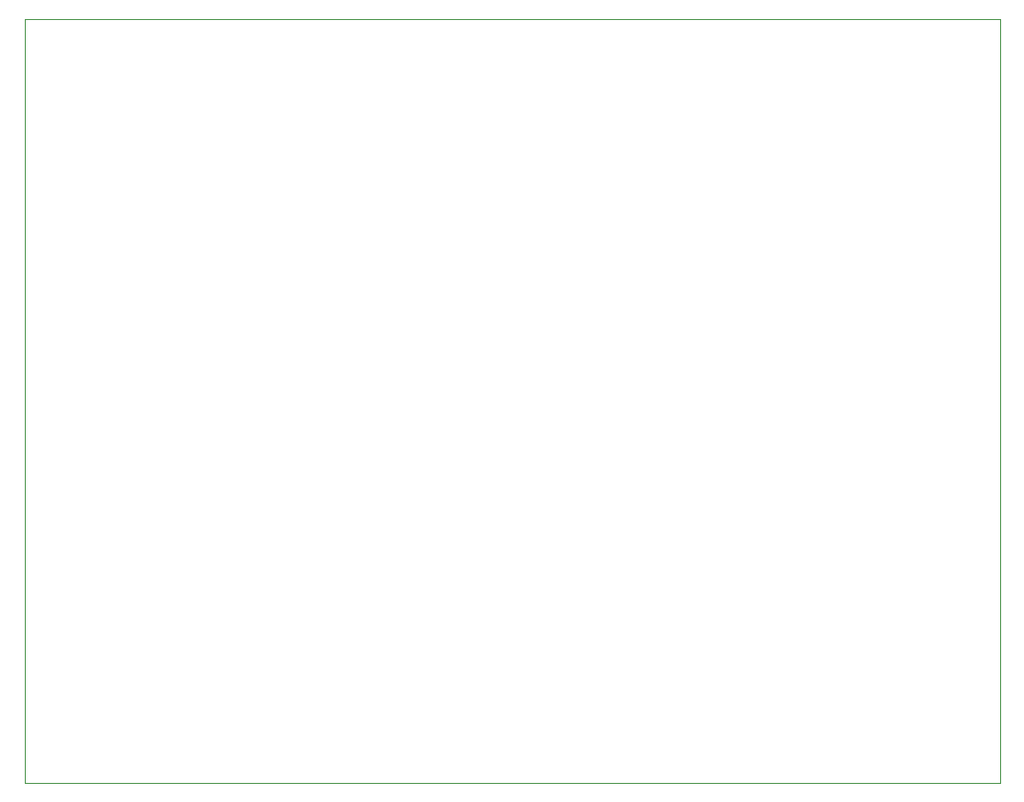
<source format=gbr>
%TF.GenerationSoftware,KiCad,Pcbnew,(5.1.10)-1*%
%TF.CreationDate,2022-01-18T17:34:44+07:00*%
%TF.ProjectId,Mother_module_v3,4d6f7468-6572-45f6-9d6f-64756c655f76,rev?*%
%TF.SameCoordinates,Original*%
%TF.FileFunction,Profile,NP*%
%FSLAX46Y46*%
G04 Gerber Fmt 4.6, Leading zero omitted, Abs format (unit mm)*
G04 Created by KiCad (PCBNEW (5.1.10)-1) date 2022-01-18 17:34:44*
%MOMM*%
%LPD*%
G01*
G04 APERTURE LIST*
%TA.AperFunction,Profile*%
%ADD10C,0.050000*%
%TD*%
G04 APERTURE END LIST*
D10*
X56750000Y-75000000D02*
X143249640Y-75000000D01*
X143249640Y-75000000D02*
X143249640Y-142800000D01*
X143249640Y-142800000D02*
X56750000Y-142800000D01*
X56750000Y-142800000D02*
X56750000Y-75000000D01*
M02*

</source>
